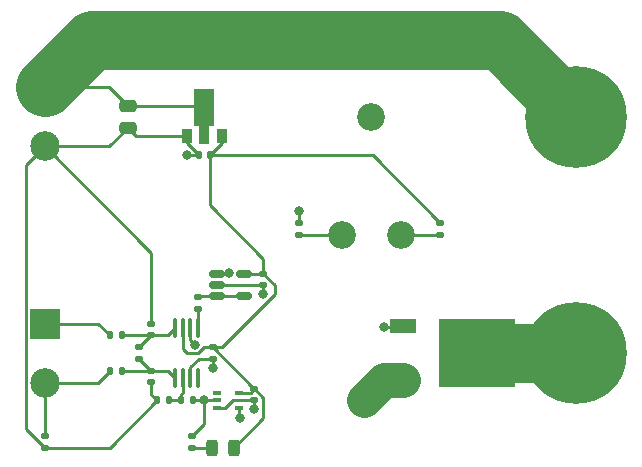
<source format=gtl>
G04 #@! TF.GenerationSoftware,KiCad,Pcbnew,6.0.0*
G04 #@! TF.CreationDate,2022-01-10T14:37:37+01:00*
G04 #@! TF.ProjectId,thermostat,74686572-6d6f-4737-9461-742e6b696361,rev?*
G04 #@! TF.SameCoordinates,Original*
G04 #@! TF.FileFunction,Copper,L1,Top*
G04 #@! TF.FilePolarity,Positive*
%FSLAX46Y46*%
G04 Gerber Fmt 4.6, Leading zero omitted, Abs format (unit mm)*
G04 Created by KiCad (PCBNEW 6.0.0) date 2022-01-10 14:37:37*
%MOMM*%
%LPD*%
G01*
G04 APERTURE LIST*
G04 Aperture macros list*
%AMRoundRect*
0 Rectangle with rounded corners*
0 $1 Rounding radius*
0 $2 $3 $4 $5 $6 $7 $8 $9 X,Y pos of 4 corners*
0 Add a 4 corners polygon primitive as box body*
4,1,4,$2,$3,$4,$5,$6,$7,$8,$9,$2,$3,0*
0 Add four circle primitives for the rounded corners*
1,1,$1+$1,$2,$3*
1,1,$1+$1,$4,$5*
1,1,$1+$1,$6,$7*
1,1,$1+$1,$8,$9*
0 Add four rect primitives between the rounded corners*
20,1,$1+$1,$2,$3,$4,$5,0*
20,1,$1+$1,$4,$5,$6,$7,0*
20,1,$1+$1,$6,$7,$8,$9,0*
20,1,$1+$1,$8,$9,$2,$3,0*%
%AMFreePoly0*
4,1,9,3.862500,-0.866500,0.737500,-0.866500,0.737500,-0.450000,-0.737500,-0.450000,-0.737500,0.450000,0.737500,0.450000,0.737500,0.866500,3.862500,0.866500,3.862500,-0.866500,3.862500,-0.866500,$1*%
G04 Aperture macros list end*
G04 #@! TA.AperFunction,SMDPad,CuDef*
%ADD10RoundRect,0.140000X0.140000X0.170000X-0.140000X0.170000X-0.140000X-0.170000X0.140000X-0.170000X0*%
G04 #@! TD*
G04 #@! TA.AperFunction,SMDPad,CuDef*
%ADD11RoundRect,0.100000X0.100000X-0.712500X0.100000X0.712500X-0.100000X0.712500X-0.100000X-0.712500X0*%
G04 #@! TD*
G04 #@! TA.AperFunction,SMDPad,CuDef*
%ADD12RoundRect,0.140000X0.170000X-0.140000X0.170000X0.140000X-0.170000X0.140000X-0.170000X-0.140000X0*%
G04 #@! TD*
G04 #@! TA.AperFunction,ComponentPad*
%ADD13C,0.900000*%
G04 #@! TD*
G04 #@! TA.AperFunction,ComponentPad*
%ADD14C,8.600000*%
G04 #@! TD*
G04 #@! TA.AperFunction,SMDPad,CuDef*
%ADD15R,2.200000X1.200000*%
G04 #@! TD*
G04 #@! TA.AperFunction,SMDPad,CuDef*
%ADD16R,6.400000X5.800000*%
G04 #@! TD*
G04 #@! TA.AperFunction,SMDPad,CuDef*
%ADD17RoundRect,0.150000X-0.512500X-0.150000X0.512500X-0.150000X0.512500X0.150000X-0.512500X0.150000X0*%
G04 #@! TD*
G04 #@! TA.AperFunction,SMDPad,CuDef*
%ADD18RoundRect,0.135000X0.185000X-0.135000X0.185000X0.135000X-0.185000X0.135000X-0.185000X-0.135000X0*%
G04 #@! TD*
G04 #@! TA.AperFunction,SMDPad,CuDef*
%ADD19RoundRect,0.135000X0.135000X0.185000X-0.135000X0.185000X-0.135000X-0.185000X0.135000X-0.185000X0*%
G04 #@! TD*
G04 #@! TA.AperFunction,SMDPad,CuDef*
%ADD20RoundRect,0.140000X-0.170000X0.140000X-0.170000X-0.140000X0.170000X-0.140000X0.170000X0.140000X0*%
G04 #@! TD*
G04 #@! TA.AperFunction,SMDPad,CuDef*
%ADD21RoundRect,0.135000X-0.185000X0.135000X-0.185000X-0.135000X0.185000X-0.135000X0.185000X0.135000X0*%
G04 #@! TD*
G04 #@! TA.AperFunction,SMDPad,CuDef*
%ADD22RoundRect,0.243750X-0.243750X-0.456250X0.243750X-0.456250X0.243750X0.456250X-0.243750X0.456250X0*%
G04 #@! TD*
G04 #@! TA.AperFunction,ComponentPad*
%ADD23C,2.500000*%
G04 #@! TD*
G04 #@! TA.AperFunction,ComponentPad*
%ADD24R,2.500000X2.500000*%
G04 #@! TD*
G04 #@! TA.AperFunction,SMDPad,CuDef*
%ADD25R,0.650000X0.400000*%
G04 #@! TD*
G04 #@! TA.AperFunction,SMDPad,CuDef*
%ADD26RoundRect,0.250000X-0.475000X0.250000X-0.475000X-0.250000X0.475000X-0.250000X0.475000X0.250000X0*%
G04 #@! TD*
G04 #@! TA.AperFunction,SMDPad,CuDef*
%ADD27R,0.900000X1.300000*%
G04 #@! TD*
G04 #@! TA.AperFunction,SMDPad,CuDef*
%ADD28FreePoly0,90.000000*%
G04 #@! TD*
G04 #@! TA.AperFunction,ComponentPad*
%ADD29C,2.340000*%
G04 #@! TD*
G04 #@! TA.AperFunction,SMDPad,CuDef*
%ADD30RoundRect,0.135000X-0.135000X-0.185000X0.135000X-0.185000X0.135000X0.185000X-0.135000X0.185000X0*%
G04 #@! TD*
G04 #@! TA.AperFunction,ViaPad*
%ADD31C,0.800000*%
G04 #@! TD*
G04 #@! TA.AperFunction,Conductor*
%ADD32C,0.250000*%
G04 #@! TD*
G04 #@! TA.AperFunction,Conductor*
%ADD33C,3.000000*%
G04 #@! TD*
G04 #@! TA.AperFunction,Conductor*
%ADD34C,5.000000*%
G04 #@! TD*
G04 APERTURE END LIST*
D10*
X148020000Y-88250000D03*
X148980000Y-88250000D03*
D11*
X146025000Y-107112500D03*
X146675000Y-107112500D03*
X147325000Y-107112500D03*
X147975000Y-107112500D03*
X147975000Y-102887500D03*
X147325000Y-102887500D03*
X146675000Y-102887500D03*
X146025000Y-102887500D03*
D12*
X144000000Y-103480000D03*
X144000000Y-102520000D03*
D13*
X183225000Y-105000000D03*
X177719581Y-102719581D03*
X182280419Y-107280419D03*
X177719581Y-107280419D03*
X180000000Y-108225000D03*
X176775000Y-105000000D03*
X182280419Y-102719581D03*
D14*
X180000000Y-105000000D03*
D13*
X180000000Y-101775000D03*
D15*
X165300000Y-107280000D03*
D16*
X171600000Y-105000000D03*
D15*
X165300000Y-102720000D03*
D17*
X149612500Y-98300000D03*
X149612500Y-99250000D03*
X149612500Y-100200000D03*
X151887500Y-100200000D03*
X151887500Y-98300000D03*
D18*
X168500000Y-95010000D03*
X168500000Y-93990000D03*
D19*
X141510000Y-103500000D03*
X140490000Y-103500000D03*
D20*
X152750000Y-108980000D03*
X152750000Y-108020000D03*
D12*
X144000000Y-107480000D03*
X144000000Y-106520000D03*
D19*
X145510000Y-109000000D03*
X144490000Y-109000000D03*
D20*
X149250000Y-105480000D03*
X149250000Y-104520000D03*
D18*
X148000000Y-100240000D03*
X148000000Y-101260000D03*
D21*
X135000000Y-113010000D03*
X135000000Y-111990000D03*
D22*
X151000000Y-113000000D03*
X149125000Y-113000000D03*
D21*
X156500000Y-93990000D03*
X156500000Y-95010000D03*
D12*
X143000000Y-105480000D03*
X143000000Y-104520000D03*
D23*
X135000000Y-107500000D03*
D24*
X135000000Y-102500000D03*
D25*
X149550000Y-108350000D03*
X149550000Y-109000000D03*
X149550000Y-109650000D03*
X151450000Y-109650000D03*
X151450000Y-108350000D03*
D20*
X153500000Y-99230000D03*
X153500000Y-98270000D03*
D19*
X147510000Y-109000000D03*
X146490000Y-109000000D03*
D18*
X147500000Y-113010000D03*
X147500000Y-111990000D03*
D26*
X142000000Y-85950000D03*
X142000000Y-84050000D03*
D23*
X135000000Y-87500000D03*
D24*
X135000000Y-82500000D03*
D27*
X147000000Y-86650000D03*
D28*
X148500000Y-86562500D03*
D27*
X150000000Y-86650000D03*
D29*
X160150000Y-95000000D03*
X162650000Y-85000000D03*
X165150000Y-95000000D03*
D30*
X140490000Y-106500000D03*
X141510000Y-106500000D03*
D13*
X180000000Y-88225000D03*
X182280419Y-82719581D03*
X180000000Y-81775000D03*
X177719581Y-87280419D03*
D14*
X180000000Y-85000000D03*
D13*
X182280419Y-87280419D03*
X183225000Y-85000000D03*
X177719581Y-82719581D03*
X176775000Y-85000000D03*
D31*
X163000000Y-108000000D03*
X163500000Y-108500000D03*
X162500000Y-107500000D03*
X162000000Y-110000000D03*
X162500000Y-109500000D03*
X161000000Y-109000000D03*
X161500000Y-108500000D03*
X161500000Y-109500000D03*
X162000000Y-109000000D03*
X162500000Y-108500000D03*
X163000000Y-109000000D03*
X162000000Y-108000000D03*
X163750000Y-102750000D03*
X151500000Y-110500000D03*
X152750000Y-109750000D03*
X149250000Y-106250000D03*
X150625500Y-98250000D03*
X153500000Y-100000000D03*
X156500000Y-93000000D03*
X147000000Y-88250000D03*
X148500000Y-109000000D03*
X147700000Y-104300000D03*
D32*
X135000000Y-87500000D02*
X133425489Y-89074511D01*
X133425489Y-89074511D02*
X133425489Y-111435489D01*
X133425489Y-111435489D02*
X135000000Y-113010000D01*
X135000000Y-107500000D02*
X135000000Y-111990000D01*
X135000000Y-113010000D02*
X140480000Y-113010000D01*
X140480000Y-113010000D02*
X144490000Y-109000000D01*
D33*
X165300000Y-107280000D02*
X163720000Y-107280000D01*
X163720000Y-107280000D02*
X162000000Y-109000000D01*
D34*
X135000000Y-82500000D02*
X139000000Y-78500000D01*
X139000000Y-78500000D02*
X173500000Y-78500000D01*
X173500000Y-78500000D02*
X180000000Y-85000000D01*
X171600000Y-105000000D02*
X180000000Y-105000000D01*
D32*
X163750000Y-102750000D02*
X165270000Y-102750000D01*
X165270000Y-102750000D02*
X165300000Y-102720000D01*
X151450000Y-109650000D02*
X151450000Y-110450000D01*
X151450000Y-110450000D02*
X151500000Y-110500000D01*
X151000000Y-113000000D02*
X153500000Y-110500000D01*
X153500000Y-110500000D02*
X153500000Y-108763070D01*
X153500000Y-108763070D02*
X152756930Y-108020000D01*
X152756930Y-108020000D02*
X152750000Y-108020000D01*
X152750000Y-108020000D02*
X152750000Y-108013070D01*
X152750000Y-108013070D02*
X149256930Y-104520000D01*
X149256930Y-104520000D02*
X149250000Y-104520000D01*
X153500000Y-98270000D02*
X153506930Y-98270000D01*
X153506930Y-98270000D02*
X154500000Y-99263070D01*
X154500000Y-100024614D02*
X150004614Y-104520000D01*
X154500000Y-99263070D02*
X154500000Y-100024614D01*
X150004614Y-104520000D02*
X149250000Y-104520000D01*
X146490000Y-109000000D02*
X145510000Y-109000000D01*
X144000000Y-107480000D02*
X144000000Y-108510000D01*
X144000000Y-108510000D02*
X144490000Y-109000000D01*
X135000000Y-87500000D02*
X144000000Y-96500000D01*
X144000000Y-96500000D02*
X144000000Y-102520000D01*
X152750000Y-108980000D02*
X152750000Y-109750000D01*
X149250000Y-105480000D02*
X149250000Y-106250000D01*
X149612500Y-98300000D02*
X150575500Y-98300000D01*
X150575500Y-98300000D02*
X150625500Y-98250000D01*
X153500000Y-99230000D02*
X153500000Y-100000000D01*
X156500000Y-93990000D02*
X156500000Y-93000000D01*
X148020000Y-88250000D02*
X147000000Y-88250000D01*
X148980000Y-92480000D02*
X153500000Y-97000000D01*
X148980000Y-88250000D02*
X148980000Y-92480000D01*
X153500000Y-97000000D02*
X153500000Y-98270000D01*
X148980000Y-88250000D02*
X162760000Y-88250000D01*
X162760000Y-88250000D02*
X168500000Y-93990000D01*
X149550000Y-109650000D02*
X150275978Y-109650000D01*
X150275978Y-109650000D02*
X150945978Y-108980000D01*
X150945978Y-108980000D02*
X152750000Y-108980000D01*
X151450000Y-108350000D02*
X152420000Y-108350000D01*
X152420000Y-108350000D02*
X152750000Y-108020000D01*
X146675000Y-107112500D02*
X146675000Y-108325000D01*
X146675000Y-108325000D02*
X146490000Y-108510000D01*
X146490000Y-108510000D02*
X146490000Y-109000000D01*
X147325000Y-107112500D02*
X147325000Y-106175000D01*
X147325000Y-106175000D02*
X148020000Y-105480000D01*
X148020000Y-105480000D02*
X149250000Y-105480000D01*
X149250000Y-104520000D02*
X148504614Y-104520000D01*
X148504614Y-104520000D02*
X148000103Y-105024511D01*
X148000103Y-105024511D02*
X147024511Y-105024511D01*
X147024511Y-105024511D02*
X146675000Y-104675000D01*
X146675000Y-104675000D02*
X146675000Y-102887500D01*
X149125000Y-113000000D02*
X147510000Y-113000000D01*
X147510000Y-113000000D02*
X147500000Y-113010000D01*
X148500000Y-109000000D02*
X148500000Y-110990000D01*
X148500000Y-110990000D02*
X147500000Y-111990000D01*
X148500000Y-109000000D02*
X149550000Y-109000000D01*
X147325000Y-102887500D02*
X147325000Y-103925000D01*
X147325000Y-103925000D02*
X147700000Y-104300000D01*
X148500000Y-109000000D02*
X147510000Y-109000000D01*
X149612500Y-99250000D02*
X153480000Y-99250000D01*
X153480000Y-99250000D02*
X153500000Y-99230000D01*
X151887500Y-98300000D02*
X153470000Y-98300000D01*
X153470000Y-98300000D02*
X153500000Y-98270000D01*
X149612500Y-100200000D02*
X151887500Y-100200000D01*
X149612500Y-100200000D02*
X148040000Y-100200000D01*
X148040000Y-100200000D02*
X148000000Y-100240000D01*
X147975000Y-102887500D02*
X147975000Y-101285000D01*
X147975000Y-101285000D02*
X148000000Y-101260000D01*
X144000000Y-106520000D02*
X145432500Y-106520000D01*
X145432500Y-106520000D02*
X146025000Y-107112500D01*
X144000000Y-103480000D02*
X145432500Y-103480000D01*
X145432500Y-103480000D02*
X146025000Y-102887500D01*
X143000000Y-104520000D02*
X143000000Y-104480000D01*
X143000000Y-104480000D02*
X144000000Y-103480000D01*
X143000000Y-105480000D02*
X143000000Y-105520000D01*
X143000000Y-105520000D02*
X144000000Y-106520000D01*
X141510000Y-106500000D02*
X143980000Y-106500000D01*
X143980000Y-106500000D02*
X144000000Y-106520000D01*
X141510000Y-103500000D02*
X143980000Y-103500000D01*
X143980000Y-103500000D02*
X144000000Y-103480000D01*
X135000000Y-107500000D02*
X139490000Y-107500000D01*
X139490000Y-107500000D02*
X140490000Y-106500000D01*
X140490000Y-103500000D02*
X139490000Y-102500000D01*
X139490000Y-102500000D02*
X135000000Y-102500000D01*
X165150000Y-95000000D02*
X168490000Y-95000000D01*
X168490000Y-95000000D02*
X168500000Y-95010000D01*
X142000000Y-85950000D02*
X142700000Y-86650000D01*
X142700000Y-86650000D02*
X147000000Y-86650000D01*
X148050000Y-84050000D02*
X148500000Y-84500000D01*
X148500000Y-84500000D02*
X148500000Y-86562500D01*
X142000000Y-84050000D02*
X148050000Y-84050000D01*
X142000000Y-84050000D02*
X140450000Y-82500000D01*
X140450000Y-82500000D02*
X135000000Y-82500000D01*
X160150000Y-95000000D02*
X156510000Y-95000000D01*
X156510000Y-95000000D02*
X156500000Y-95010000D01*
X150000000Y-86650000D02*
X150000000Y-87230000D01*
X150000000Y-87230000D02*
X148980000Y-88250000D01*
X147000000Y-86650000D02*
X147000000Y-87230000D01*
X147000000Y-87230000D02*
X148020000Y-88250000D01*
X135000000Y-87500000D02*
X140450000Y-87500000D01*
X140450000Y-87500000D02*
X142000000Y-85950000D01*
M02*

</source>
